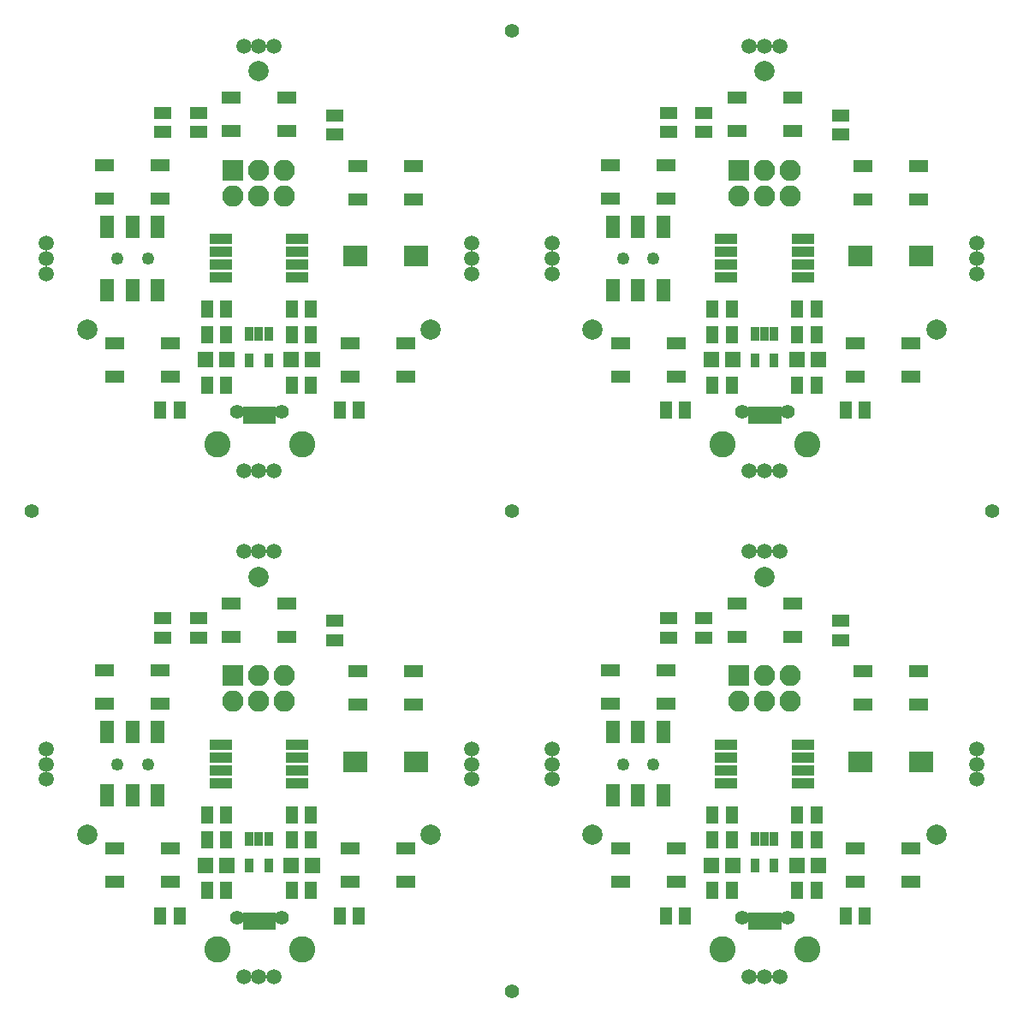
<source format=gts>
G04 #@! TF.FileFunction,Soldermask,Top*
%FSLAX46Y46*%
G04 Gerber Fmt 4.6, Leading zero omitted, Abs format (unit mm)*
G04 Created by KiCad (PCBNEW 4.0.7) date Wednesday 08 November 2017 'à' 20:08:32*
%MOMM*%
%LPD*%
G01*
G04 APERTURE LIST*
%ADD10C,0.100000*%
%ADD11C,1.500000*%
%ADD12C,2.000000*%
%ADD13R,1.289000X1.797000*%
%ADD14R,1.598880X1.598880*%
%ADD15R,1.900000X1.300000*%
%ADD16C,1.400760*%
%ADD17C,2.599640*%
%ADD18R,0.798780X1.748740*%
%ADD19R,2.398980X2.000200*%
%ADD20R,1.797000X1.289000*%
%ADD21R,2.100000X2.100000*%
%ADD22O,2.100000X2.100000*%
%ADD23R,0.951180X1.400760*%
%ADD24R,2.200000X1.000000*%
%ADD25C,1.250000*%
%ADD26R,1.400000X2.200000*%
G04 APERTURE END LIST*
D10*
D11*
X143500000Y-114000000D03*
X193500000Y-114000000D03*
X193500000Y-64000000D03*
D12*
X212000000Y-142000000D03*
X162000000Y-142000000D03*
X212000000Y-92000000D03*
D13*
X200155000Y-140000000D03*
X198250000Y-140000000D03*
X150155000Y-140000000D03*
X148250000Y-140000000D03*
X200155000Y-90000000D03*
X198250000Y-90000000D03*
X198250000Y-142500000D03*
X200155000Y-142500000D03*
X148250000Y-142500000D03*
X150155000Y-142500000D03*
X198250000Y-92500000D03*
X200155000Y-92500000D03*
D14*
X198200280Y-145000000D03*
X200298320Y-145000000D03*
X148200280Y-145000000D03*
X150298320Y-145000000D03*
X198200280Y-95000000D03*
X200298320Y-95000000D03*
D15*
X204000000Y-146650000D03*
X209500000Y-146650000D03*
X209500000Y-143350000D03*
X204000000Y-143350000D03*
X154000000Y-146650000D03*
X159500000Y-146650000D03*
X159500000Y-143350000D03*
X154000000Y-143350000D03*
X204000000Y-96650000D03*
X209500000Y-96650000D03*
X209500000Y-93350000D03*
X204000000Y-93350000D03*
D13*
X203000000Y-150000000D03*
X204905000Y-150000000D03*
X153000000Y-150000000D03*
X154905000Y-150000000D03*
X203000000Y-100000000D03*
X204905000Y-100000000D03*
X200155000Y-147500000D03*
X198250000Y-147500000D03*
X150155000Y-147500000D03*
X148250000Y-147500000D03*
X200155000Y-97500000D03*
X198250000Y-97500000D03*
D11*
X196500000Y-156000000D03*
X146500000Y-156000000D03*
X196500000Y-106000000D03*
D16*
X197275520Y-150174880D03*
D17*
X190862020Y-153354960D03*
D18*
X193750000Y-150500000D03*
X196350960Y-150500000D03*
X195050480Y-150500000D03*
X195700720Y-150500000D03*
X194400240Y-150500000D03*
D17*
X199238940Y-153354960D03*
D16*
X192825440Y-150174880D03*
X147275520Y-150174880D03*
D17*
X140862020Y-153354960D03*
D18*
X143750000Y-150500000D03*
X146350960Y-150500000D03*
X145050480Y-150500000D03*
X145700720Y-150500000D03*
X144400240Y-150500000D03*
D17*
X149238940Y-153354960D03*
D16*
X142825440Y-150174880D03*
X197275520Y-100174880D03*
D17*
X190862020Y-103354960D03*
D18*
X193750000Y-100500000D03*
X196350960Y-100500000D03*
X195050480Y-100500000D03*
X195700720Y-100500000D03*
X194400240Y-100500000D03*
D17*
X199238940Y-103354960D03*
D16*
X192825440Y-100174880D03*
D13*
X191750000Y-147500000D03*
X189845000Y-147500000D03*
X141750000Y-147500000D03*
X139845000Y-147500000D03*
X191750000Y-97500000D03*
X189845000Y-97500000D03*
D11*
X193500000Y-156000000D03*
X143500000Y-156000000D03*
X193500000Y-106000000D03*
X195000000Y-156000000D03*
X145000000Y-156000000D03*
X195000000Y-106000000D03*
X216000000Y-135000000D03*
X166000000Y-135000000D03*
X216000000Y-85000000D03*
X216000000Y-136500000D03*
X166000000Y-136500000D03*
X216000000Y-86500000D03*
D19*
X204500260Y-134750000D03*
X210499740Y-134750000D03*
X154500260Y-134750000D03*
X160499740Y-134750000D03*
X204500260Y-84750000D03*
X210499740Y-84750000D03*
D20*
X202500000Y-122750000D03*
X202500000Y-120845000D03*
X152500000Y-122750000D03*
X152500000Y-120845000D03*
X202500000Y-72750000D03*
X202500000Y-70845000D03*
D15*
X204750000Y-129150000D03*
X210250000Y-129150000D03*
X210250000Y-125850000D03*
X204750000Y-125850000D03*
X154750000Y-129150000D03*
X160250000Y-129150000D03*
X160250000Y-125850000D03*
X154750000Y-125850000D03*
X204750000Y-79150000D03*
X210250000Y-79150000D03*
X210250000Y-75850000D03*
X204750000Y-75850000D03*
D11*
X216000000Y-133500000D03*
X166000000Y-133500000D03*
X216000000Y-83500000D03*
D20*
X189000000Y-122500000D03*
X189000000Y-120595000D03*
X139000000Y-122500000D03*
X139000000Y-120595000D03*
X189000000Y-72500000D03*
X189000000Y-70595000D03*
D21*
X192460000Y-126250000D03*
D22*
X192460000Y-128790000D03*
X195000000Y-126250000D03*
X195000000Y-128790000D03*
X197540000Y-126250000D03*
X197540000Y-128790000D03*
D21*
X142460000Y-126250000D03*
D22*
X142460000Y-128790000D03*
X145000000Y-126250000D03*
X145000000Y-128790000D03*
X147540000Y-126250000D03*
X147540000Y-128790000D03*
D21*
X192460000Y-76250000D03*
D22*
X192460000Y-78790000D03*
X195000000Y-76250000D03*
X195000000Y-78790000D03*
X197540000Y-76250000D03*
X197540000Y-78790000D03*
D15*
X192250000Y-122400000D03*
X197750000Y-122400000D03*
X197750000Y-119100000D03*
X192250000Y-119100000D03*
X142250000Y-122400000D03*
X147750000Y-122400000D03*
X147750000Y-119100000D03*
X142250000Y-119100000D03*
X192250000Y-72400000D03*
X197750000Y-72400000D03*
X197750000Y-69100000D03*
X192250000Y-69100000D03*
D11*
X196500000Y-114000000D03*
X146500000Y-114000000D03*
X196500000Y-64000000D03*
X195000000Y-114000000D03*
X145000000Y-114000000D03*
X195000000Y-64000000D03*
D20*
X185500000Y-122500000D03*
X185500000Y-120595000D03*
X135500000Y-122500000D03*
X135500000Y-120595000D03*
X185500000Y-72500000D03*
X185500000Y-70595000D03*
D12*
X195000000Y-116500000D03*
X145000000Y-116500000D03*
X195000000Y-66500000D03*
D15*
X180750000Y-146650000D03*
X186250000Y-146650000D03*
X186250000Y-143350000D03*
X180750000Y-143350000D03*
X130750000Y-146650000D03*
X136250000Y-146650000D03*
X136250000Y-143350000D03*
X130750000Y-143350000D03*
X180750000Y-96650000D03*
X186250000Y-96650000D03*
X186250000Y-93350000D03*
X180750000Y-93350000D03*
D13*
X185250000Y-150000000D03*
X187155000Y-150000000D03*
X135250000Y-150000000D03*
X137155000Y-150000000D03*
X185250000Y-100000000D03*
X187155000Y-100000000D03*
D14*
X191846520Y-145000000D03*
X189748480Y-145000000D03*
X141846520Y-145000000D03*
X139748480Y-145000000D03*
X191846520Y-95000000D03*
X189748480Y-95000000D03*
D23*
X195000000Y-142449520D03*
X194050040Y-145050480D03*
X195949960Y-145050480D03*
X194047500Y-142449520D03*
X195952500Y-142449520D03*
X145000000Y-142449520D03*
X144050040Y-145050480D03*
X145949960Y-145050480D03*
X144047500Y-142449520D03*
X145952500Y-142449520D03*
X195000000Y-92449520D03*
X194050040Y-95050480D03*
X195949960Y-95050480D03*
X194047500Y-92449520D03*
X195952500Y-92449520D03*
D13*
X189845000Y-142500000D03*
X191750000Y-142500000D03*
X139845000Y-142500000D03*
X141750000Y-142500000D03*
X189845000Y-92500000D03*
X191750000Y-92500000D03*
X191750000Y-140000000D03*
X189845000Y-140000000D03*
X141750000Y-140000000D03*
X139845000Y-140000000D03*
X191750000Y-90000000D03*
X189845000Y-90000000D03*
D24*
X198800000Y-136905000D03*
X198800000Y-135635000D03*
X198800000Y-134365000D03*
X198800000Y-133095000D03*
X191200000Y-133095000D03*
X191200000Y-134365000D03*
X191200000Y-135635000D03*
X191200000Y-136905000D03*
X148800000Y-136905000D03*
X148800000Y-135635000D03*
X148800000Y-134365000D03*
X148800000Y-133095000D03*
X141200000Y-133095000D03*
X141200000Y-134365000D03*
X141200000Y-135635000D03*
X141200000Y-136905000D03*
X198800000Y-86905000D03*
X198800000Y-85635000D03*
X198800000Y-84365000D03*
X198800000Y-83095000D03*
X191200000Y-83095000D03*
X191200000Y-84365000D03*
X191200000Y-85635000D03*
X191200000Y-86905000D03*
D15*
X179750000Y-129050000D03*
X185250000Y-129050000D03*
X185250000Y-125750000D03*
X179750000Y-125750000D03*
X129750000Y-129050000D03*
X135250000Y-129050000D03*
X135250000Y-125750000D03*
X129750000Y-125750000D03*
X179750000Y-79050000D03*
X185250000Y-79050000D03*
X185250000Y-75750000D03*
X179750000Y-75750000D03*
D25*
X184000000Y-135000000D03*
X181000000Y-135000000D03*
D26*
X180010800Y-131850400D03*
X182500000Y-131850400D03*
X184989200Y-131850400D03*
X180010800Y-138098800D03*
X182500000Y-138098800D03*
X184989200Y-138098800D03*
D25*
X134000000Y-135000000D03*
X131000000Y-135000000D03*
D26*
X130010800Y-131850400D03*
X132500000Y-131850400D03*
X134989200Y-131850400D03*
X130010800Y-138098800D03*
X132500000Y-138098800D03*
X134989200Y-138098800D03*
D25*
X184000000Y-85000000D03*
X181000000Y-85000000D03*
D26*
X180010800Y-81850400D03*
X182500000Y-81850400D03*
X184989200Y-81850400D03*
X180010800Y-88098800D03*
X182500000Y-88098800D03*
X184989200Y-88098800D03*
D11*
X174000000Y-133500000D03*
X124000000Y-133500000D03*
X174000000Y-83500000D03*
X174000000Y-135000000D03*
X124000000Y-135000000D03*
X174000000Y-85000000D03*
X174000000Y-136500000D03*
X124000000Y-136500000D03*
X174000000Y-86500000D03*
D12*
X178000000Y-142000000D03*
X128000000Y-142000000D03*
X178000000Y-92000000D03*
X145000000Y-66500000D03*
X162000000Y-92000000D03*
X128000000Y-92000000D03*
D11*
X166000000Y-86500000D03*
X166000000Y-83500000D03*
X166000000Y-85000000D03*
X146500000Y-106000000D03*
X145000000Y-106000000D03*
X143500000Y-106000000D03*
X124000000Y-86500000D03*
X124000000Y-85000000D03*
X124000000Y-83500000D03*
X146500000Y-64000000D03*
X145000000Y-64000000D03*
D24*
X148800000Y-86905000D03*
X148800000Y-85635000D03*
X148800000Y-84365000D03*
X148800000Y-83095000D03*
X141200000Y-83095000D03*
X141200000Y-84365000D03*
X141200000Y-85635000D03*
X141200000Y-86905000D03*
D15*
X130750000Y-96650000D03*
X136250000Y-96650000D03*
X136250000Y-93350000D03*
X130750000Y-93350000D03*
X142250000Y-72400000D03*
X147750000Y-72400000D03*
X147750000Y-69100000D03*
X142250000Y-69100000D03*
X154750000Y-79150000D03*
X160250000Y-79150000D03*
X160250000Y-75850000D03*
X154750000Y-75850000D03*
D13*
X141750000Y-97500000D03*
X139845000Y-97500000D03*
X141750000Y-90000000D03*
X139845000Y-90000000D03*
D21*
X142460000Y-76250000D03*
D22*
X142460000Y-78790000D03*
X145000000Y-76250000D03*
X145000000Y-78790000D03*
X147540000Y-76250000D03*
X147540000Y-78790000D03*
D16*
X147275520Y-100174880D03*
D17*
X140862020Y-103354960D03*
D18*
X143750000Y-100500000D03*
X146350960Y-100500000D03*
X145050480Y-100500000D03*
X145700720Y-100500000D03*
X144400240Y-100500000D03*
D17*
X149238940Y-103354960D03*
D16*
X142825440Y-100174880D03*
D13*
X139845000Y-92500000D03*
X141750000Y-92500000D03*
X148250000Y-92500000D03*
X150155000Y-92500000D03*
X150155000Y-97500000D03*
X148250000Y-97500000D03*
D19*
X154500260Y-84750000D03*
X160499740Y-84750000D03*
D23*
X145000000Y-92449520D03*
X144050040Y-95050480D03*
X145949960Y-95050480D03*
X144047500Y-92449520D03*
X145952500Y-92449520D03*
D20*
X139000000Y-72500000D03*
X139000000Y-70595000D03*
X135500000Y-72500000D03*
X135500000Y-70595000D03*
X152500000Y-72750000D03*
X152500000Y-70845000D03*
D13*
X150155000Y-90000000D03*
X148250000Y-90000000D03*
D25*
X134000000Y-85000000D03*
X131000000Y-85000000D03*
D26*
X130010800Y-81850400D03*
X132500000Y-81850400D03*
X134989200Y-81850400D03*
X130010800Y-88098800D03*
X132500000Y-88098800D03*
X134989200Y-88098800D03*
D13*
X135250000Y-100000000D03*
X137155000Y-100000000D03*
X153000000Y-100000000D03*
X154905000Y-100000000D03*
D15*
X154000000Y-96650000D03*
X159500000Y-96650000D03*
X159500000Y-93350000D03*
X154000000Y-93350000D03*
X129750000Y-79050000D03*
X135250000Y-79050000D03*
X135250000Y-75750000D03*
X129750000Y-75750000D03*
D14*
X141846520Y-95000000D03*
X139748480Y-95000000D03*
X148200280Y-95000000D03*
X150298320Y-95000000D03*
D16*
X170000000Y-110000000D03*
X170000000Y-157500000D03*
X217500000Y-110000000D03*
X122500000Y-110000000D03*
X170000000Y-62500000D03*
D11*
X143500000Y-64000000D03*
M02*

</source>
